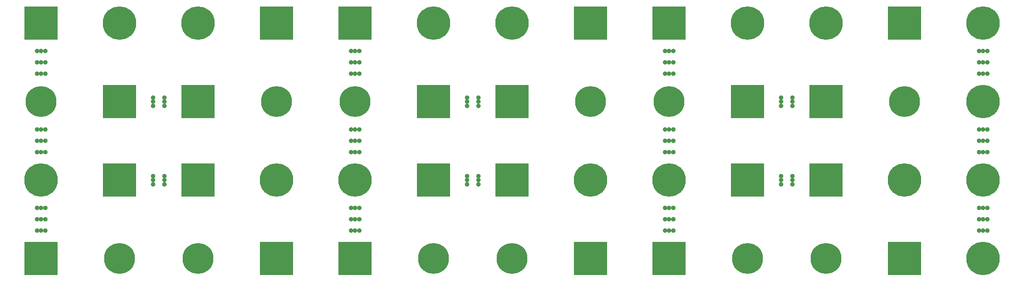
<source format=gbs>
%TF.GenerationSoftware,KiCad,Pcbnew,4.0.6-e0-6349~53~ubuntu16.04.1*%
%TF.CreationDate,2017-04-03T22:53:03+05:30*%
%TF.ProjectId,ultim_bus,756C74696D5F6275732E6B696361645F,rev?*%
%TF.FileFunction,Soldermask,Bot*%
%FSLAX46Y46*%
G04 Gerber Fmt 4.6, Leading zero omitted, Abs format (unit mm)*
G04 Created by KiCad (PCBNEW 4.0.6-e0-6349~53~ubuntu16.04.1) date Mon Apr  3 22:53:03 2017*
%MOMM*%
%LPD*%
G01*
G04 APERTURE LIST*
%ADD10C,0.101600*%
%ADD11C,0.900000*%
%ADD12C,6.496000*%
%ADD13R,6.496000X6.496000*%
%ADD14C,6.000000*%
G04 APERTURE END LIST*
D10*
D11*
X118280000Y-60960000D03*
X120480000Y-60960000D03*
X118280000Y-60160000D03*
X118280000Y-61760000D03*
X120480000Y-61760000D03*
X120480000Y-60160000D03*
D12*
X96520000Y-60960000D03*
D11*
X179240000Y-60960000D03*
X181440000Y-60960000D03*
X179240000Y-60160000D03*
X179240000Y-61760000D03*
X181440000Y-61760000D03*
X181440000Y-60160000D03*
D12*
X203200000Y-60960000D03*
X218440000Y-60960000D03*
X157480000Y-60960000D03*
X142240000Y-60960000D03*
X81280000Y-60960000D03*
X35560000Y-60960000D03*
D11*
X57320000Y-60960000D03*
X59520000Y-60960000D03*
X57320000Y-60160000D03*
X57320000Y-61760000D03*
X59520000Y-61760000D03*
X59520000Y-60160000D03*
X179240000Y-45720000D03*
X181440000Y-45720000D03*
X179240000Y-44920000D03*
X179240000Y-46520000D03*
X181440000Y-46520000D03*
X181440000Y-44920000D03*
X118280000Y-45720000D03*
X120480000Y-45720000D03*
X118280000Y-44920000D03*
X118280000Y-46520000D03*
X120480000Y-46520000D03*
X120480000Y-44920000D03*
X57320000Y-45720000D03*
X59520000Y-45720000D03*
X57320000Y-44920000D03*
X57320000Y-46520000D03*
X59520000Y-46520000D03*
X59520000Y-44920000D03*
D12*
X218440000Y-76200000D03*
X50800000Y-30480000D03*
X66040000Y-30480000D03*
X111760000Y-30480000D03*
X127000000Y-30480000D03*
X172720000Y-30480000D03*
X187960000Y-30480000D03*
X218440000Y-30480000D03*
X218440000Y-45720000D03*
D13*
X35560000Y-30480000D03*
X81280000Y-30480000D03*
X96520000Y-30480000D03*
X142240000Y-30480000D03*
X157480000Y-30480000D03*
X203200000Y-30480000D03*
X50800000Y-60960000D03*
X66040000Y-60960000D03*
X111760000Y-60960000D03*
X127000000Y-60960000D03*
X172720000Y-60960000D03*
X187960000Y-60960000D03*
D14*
X35560000Y-45720000D03*
D13*
X50800000Y-45720000D03*
X66040000Y-45720000D03*
D14*
X81280000Y-45720000D03*
X96520000Y-45720000D03*
D13*
X111760000Y-45720000D03*
X127000000Y-45720000D03*
D14*
X142240000Y-45720000D03*
X157480000Y-45720000D03*
D13*
X172720000Y-45720000D03*
X187960000Y-45720000D03*
D14*
X203200000Y-45720000D03*
D13*
X35560000Y-76200000D03*
D14*
X50800000Y-76200000D03*
X66040000Y-76200000D03*
D13*
X81280000Y-76200000D03*
X96520000Y-76200000D03*
D14*
X111760000Y-76200000D03*
X127000000Y-76200000D03*
D13*
X142240000Y-76200000D03*
X157480000Y-76200000D03*
D14*
X172720000Y-76200000D03*
X187960000Y-76200000D03*
D13*
X203200000Y-76200000D03*
D11*
X35560000Y-35900000D03*
X35560000Y-40300000D03*
X36360000Y-35900000D03*
X34760000Y-35900000D03*
X34760000Y-40300000D03*
X36360000Y-40300000D03*
X35560000Y-38100000D03*
X36360000Y-38100000D03*
X34760000Y-38100000D03*
X96520000Y-35900000D03*
X96520000Y-40300000D03*
X97320000Y-35900000D03*
X95720000Y-35900000D03*
X95720000Y-40300000D03*
X97320000Y-40300000D03*
X96520000Y-38100000D03*
X97320000Y-38100000D03*
X95720000Y-38100000D03*
X157480000Y-35900000D03*
X157480000Y-40300000D03*
X158280000Y-35900000D03*
X156680000Y-35900000D03*
X156680000Y-40300000D03*
X158280000Y-40300000D03*
X157480000Y-38100000D03*
X158280000Y-38100000D03*
X156680000Y-38100000D03*
X218440000Y-35900000D03*
X218440000Y-40300000D03*
X219240000Y-35900000D03*
X217640000Y-35900000D03*
X217640000Y-40300000D03*
X219240000Y-40300000D03*
X218440000Y-38100000D03*
X219240000Y-38100000D03*
X217640000Y-38100000D03*
X35560000Y-51140000D03*
X35560000Y-55540000D03*
X36360000Y-51140000D03*
X34760000Y-51140000D03*
X34760000Y-55540000D03*
X36360000Y-55540000D03*
X35560000Y-53340000D03*
X36360000Y-53340000D03*
X34760000Y-53340000D03*
X96520000Y-51140000D03*
X96520000Y-55540000D03*
X97320000Y-51140000D03*
X95720000Y-51140000D03*
X95720000Y-55540000D03*
X97320000Y-55540000D03*
X96520000Y-53340000D03*
X97320000Y-53340000D03*
X95720000Y-53340000D03*
X157480000Y-51140000D03*
X157480000Y-55540000D03*
X158280000Y-51140000D03*
X156680000Y-51140000D03*
X156680000Y-55540000D03*
X158280000Y-55540000D03*
X157480000Y-53340000D03*
X158280000Y-53340000D03*
X156680000Y-53340000D03*
X218440000Y-51140000D03*
X218440000Y-55540000D03*
X219240000Y-51140000D03*
X217640000Y-51140000D03*
X217640000Y-55540000D03*
X219240000Y-55540000D03*
X218440000Y-53340000D03*
X219240000Y-53340000D03*
X217640000Y-53340000D03*
X35560000Y-66380000D03*
X35560000Y-70780000D03*
X36360000Y-66380000D03*
X34760000Y-66380000D03*
X34760000Y-70780000D03*
X36360000Y-70780000D03*
X35560000Y-68580000D03*
X36360000Y-68580000D03*
X34760000Y-68580000D03*
X96520000Y-66380000D03*
X96520000Y-70780000D03*
X97320000Y-66380000D03*
X95720000Y-66380000D03*
X95720000Y-70780000D03*
X97320000Y-70780000D03*
X96520000Y-68580000D03*
X97320000Y-68580000D03*
X95720000Y-68580000D03*
X157480000Y-66380000D03*
X157480000Y-70780000D03*
X158280000Y-66380000D03*
X156680000Y-66380000D03*
X156680000Y-70780000D03*
X158280000Y-70780000D03*
X157480000Y-68580000D03*
X158280000Y-68580000D03*
X156680000Y-68580000D03*
X218440000Y-66380000D03*
X218440000Y-70780000D03*
X219240000Y-66380000D03*
X217640000Y-66380000D03*
X217640000Y-70780000D03*
X219240000Y-70780000D03*
X218440000Y-68580000D03*
X219240000Y-68580000D03*
X217640000Y-68580000D03*
M02*

</source>
